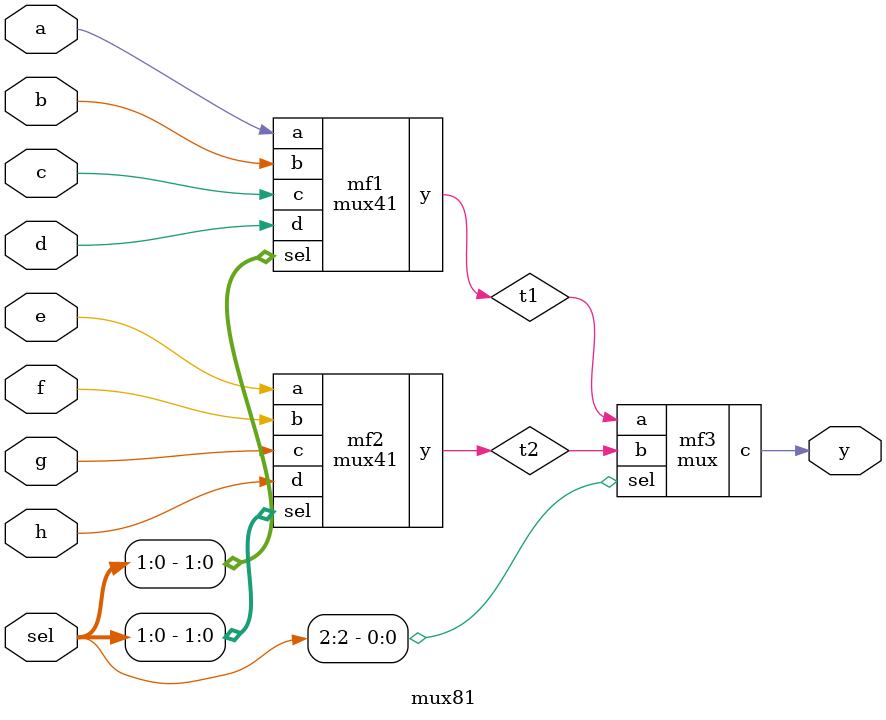
<source format=v>
`timescale 1ns / 1ps


module mux(
    input a,b,sel,
    output c
    );
    
assign c = (sel == 1'b0) ? a : b;

endmodule

module mux41(
    input a, b, c, d,
    output y,
    input [1:0] sel
    );

wire t1, t2;

mux m1(.a(a), .b(b), .sel(sel[0]), .c(t1));
mux m2(.a(c), .b(d), .sel(sel[0]), .c(t2));
mux m3(.a(t1), .b(t2), .sel(sel[1]), .c(y));

endmodule

module mux81(
    input a,b,c,d,e,f,g,h,
    output y,
    input [2:0] sel
    );
    
wire t1, t2;

mux41 mf1(.a(a), .b(b), .c(c), .d(d), .sel(sel[1:0]), .y(t1));
mux41 mf2(.a(e), .b(f), .c(g), .d(h), .sel(sel[1:0]), .y(t2));
mux mf3(.a(t1), .b(t2), .sel(sel[2]), .c(y));

endmodule
</source>
